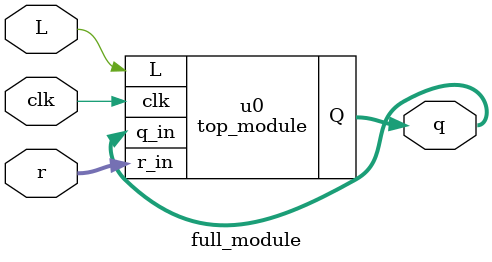
<source format=sv>
module top_module(
    input clk,
    input L,
    input [2:0] q_in,
    input [2:0] r_in,
    output reg [2:0] Q
);

always @(posedge clk) begin
    if (L)
        Q <= r_in;
    else
        Q <= q_in;
end

endmodule
module full_module (
    input [2:0] r,
    input L,
    input clk,
    output reg [2:0] q
);

top_module u0(
    .clk(clk),
    .L(L),
    .q_in(q),
    .r_in(r),
    .Q(q)
);

endmodule

</source>
